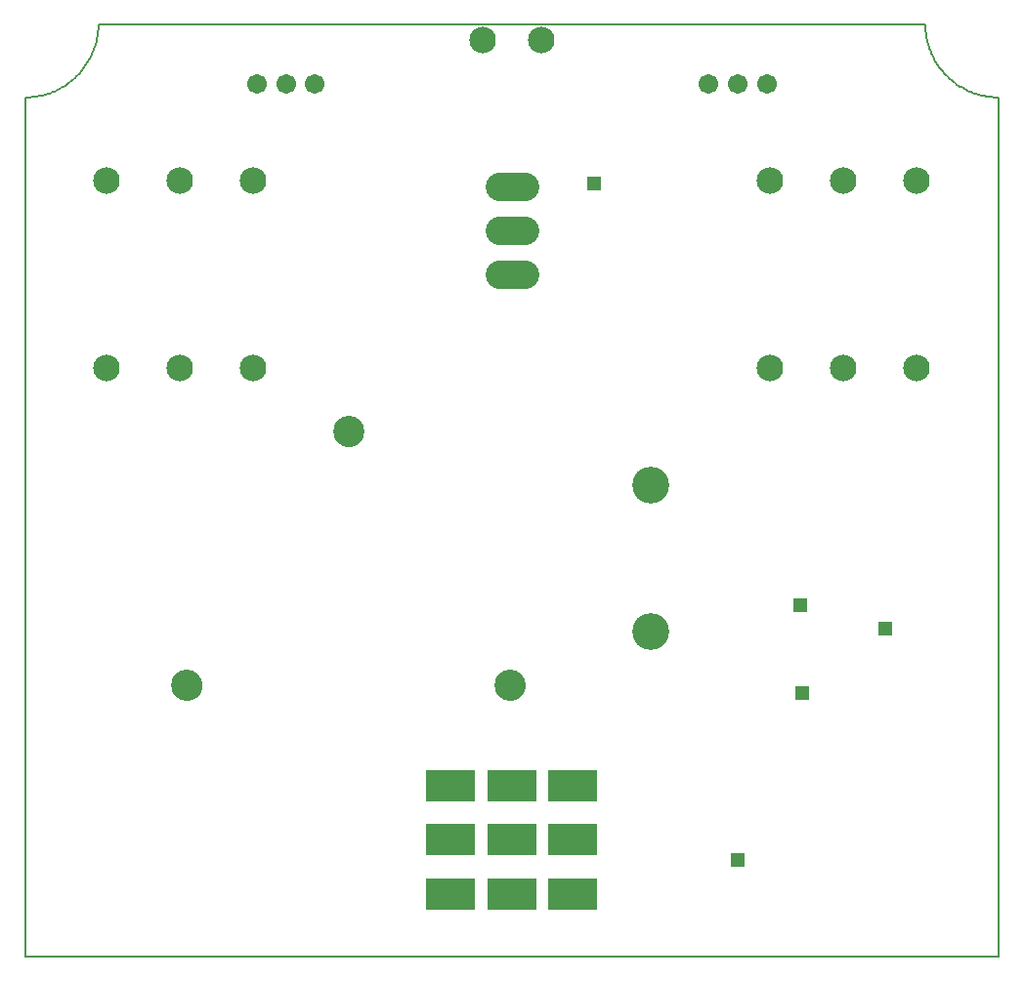
<source format=gbs>
G75*
%MOIN*%
%OFA0B0*%
%FSLAX25Y25*%
%IPPOS*%
%LPD*%
%AMOC8*
5,1,8,0,0,1.08239X$1,22.5*
%
%ADD10C,0.00500*%
%ADD11C,0.09068*%
%ADD12C,0.00000*%
%ADD13C,0.10643*%
%ADD14C,0.12611*%
%ADD15C,0.06737*%
%ADD16C,0.09658*%
%ADD17R,0.16500X0.10600*%
%ADD18R,0.04762X0.04762*%
D10*
X0001250Y0001250D02*
X0001250Y0294750D01*
X0001854Y0294757D01*
X0002458Y0294779D01*
X0003061Y0294816D01*
X0003663Y0294867D01*
X0004263Y0294932D01*
X0004862Y0295012D01*
X0005459Y0295107D01*
X0006053Y0295216D01*
X0006645Y0295339D01*
X0007233Y0295476D01*
X0007818Y0295628D01*
X0008399Y0295794D01*
X0008975Y0295974D01*
X0009548Y0296167D01*
X0010115Y0296375D01*
X0010677Y0296596D01*
X0011234Y0296830D01*
X0011785Y0297078D01*
X0012330Y0297339D01*
X0012868Y0297614D01*
X0013400Y0297901D01*
X0013924Y0298201D01*
X0014441Y0298513D01*
X0014950Y0298838D01*
X0015452Y0299175D01*
X0015945Y0299525D01*
X0016429Y0299886D01*
X0016905Y0300258D01*
X0017371Y0300642D01*
X0017828Y0301037D01*
X0018275Y0301443D01*
X0018713Y0301860D01*
X0019140Y0302287D01*
X0019557Y0302725D01*
X0019963Y0303172D01*
X0020358Y0303629D01*
X0020742Y0304095D01*
X0021114Y0304571D01*
X0021475Y0305055D01*
X0021825Y0305548D01*
X0022162Y0306050D01*
X0022487Y0306559D01*
X0022799Y0307076D01*
X0023099Y0307600D01*
X0023386Y0308132D01*
X0023661Y0308670D01*
X0023922Y0309215D01*
X0024170Y0309766D01*
X0024404Y0310323D01*
X0024625Y0310885D01*
X0024833Y0311452D01*
X0025026Y0312025D01*
X0025206Y0312601D01*
X0025372Y0313182D01*
X0025524Y0313767D01*
X0025661Y0314355D01*
X0025784Y0314947D01*
X0025893Y0315541D01*
X0025988Y0316138D01*
X0026068Y0316737D01*
X0026133Y0317337D01*
X0026184Y0317939D01*
X0026221Y0318542D01*
X0026243Y0319146D01*
X0026250Y0319750D01*
X0308350Y0319750D01*
X0308357Y0319146D01*
X0308379Y0318542D01*
X0308416Y0317939D01*
X0308467Y0317337D01*
X0308532Y0316737D01*
X0308612Y0316138D01*
X0308707Y0315541D01*
X0308816Y0314947D01*
X0308939Y0314355D01*
X0309076Y0313767D01*
X0309228Y0313182D01*
X0309394Y0312601D01*
X0309574Y0312025D01*
X0309767Y0311452D01*
X0309975Y0310885D01*
X0310196Y0310323D01*
X0310430Y0309766D01*
X0310678Y0309215D01*
X0310939Y0308670D01*
X0311214Y0308132D01*
X0311501Y0307600D01*
X0311801Y0307076D01*
X0312113Y0306559D01*
X0312438Y0306050D01*
X0312775Y0305548D01*
X0313125Y0305055D01*
X0313486Y0304571D01*
X0313858Y0304095D01*
X0314242Y0303629D01*
X0314637Y0303172D01*
X0315043Y0302725D01*
X0315460Y0302287D01*
X0315887Y0301860D01*
X0316325Y0301443D01*
X0316772Y0301037D01*
X0317229Y0300642D01*
X0317695Y0300258D01*
X0318171Y0299886D01*
X0318655Y0299525D01*
X0319148Y0299175D01*
X0319650Y0298838D01*
X0320159Y0298513D01*
X0320676Y0298201D01*
X0321200Y0297901D01*
X0321732Y0297614D01*
X0322270Y0297339D01*
X0322815Y0297078D01*
X0323366Y0296830D01*
X0323923Y0296596D01*
X0324485Y0296375D01*
X0325052Y0296167D01*
X0325625Y0295974D01*
X0326201Y0295794D01*
X0326782Y0295628D01*
X0327367Y0295476D01*
X0327955Y0295339D01*
X0328547Y0295216D01*
X0329141Y0295107D01*
X0329738Y0295012D01*
X0330337Y0294932D01*
X0330937Y0294867D01*
X0331539Y0294816D01*
X0332142Y0294779D01*
X0332746Y0294757D01*
X0333350Y0294750D01*
X0333350Y0001250D01*
X0001250Y0001250D01*
D11*
X0028898Y0202301D03*
X0053898Y0202301D03*
X0078898Y0202301D03*
X0078898Y0266199D03*
X0053898Y0266199D03*
X0028898Y0266199D03*
X0157300Y0314250D03*
X0177300Y0314250D03*
X0255502Y0266199D03*
X0280502Y0266199D03*
X0305502Y0266199D03*
X0305502Y0202301D03*
X0280502Y0202301D03*
X0255502Y0202301D03*
D12*
X0161809Y0093998D02*
X0161811Y0094138D01*
X0161817Y0094278D01*
X0161827Y0094417D01*
X0161841Y0094556D01*
X0161859Y0094695D01*
X0161880Y0094833D01*
X0161906Y0094971D01*
X0161936Y0095108D01*
X0161969Y0095243D01*
X0162007Y0095378D01*
X0162048Y0095512D01*
X0162093Y0095645D01*
X0162141Y0095776D01*
X0162194Y0095905D01*
X0162250Y0096034D01*
X0162309Y0096160D01*
X0162373Y0096285D01*
X0162439Y0096408D01*
X0162510Y0096529D01*
X0162583Y0096648D01*
X0162660Y0096765D01*
X0162741Y0096879D01*
X0162824Y0096991D01*
X0162911Y0097101D01*
X0163001Y0097209D01*
X0163093Y0097313D01*
X0163189Y0097415D01*
X0163288Y0097515D01*
X0163389Y0097611D01*
X0163493Y0097705D01*
X0163600Y0097795D01*
X0163709Y0097882D01*
X0163821Y0097967D01*
X0163935Y0098048D01*
X0164051Y0098126D01*
X0164169Y0098200D01*
X0164290Y0098271D01*
X0164412Y0098339D01*
X0164537Y0098403D01*
X0164663Y0098464D01*
X0164790Y0098521D01*
X0164920Y0098574D01*
X0165051Y0098624D01*
X0165183Y0098669D01*
X0165316Y0098712D01*
X0165451Y0098750D01*
X0165586Y0098784D01*
X0165723Y0098815D01*
X0165860Y0098842D01*
X0165998Y0098864D01*
X0166137Y0098883D01*
X0166276Y0098898D01*
X0166415Y0098909D01*
X0166555Y0098916D01*
X0166695Y0098919D01*
X0166835Y0098918D01*
X0166975Y0098913D01*
X0167114Y0098904D01*
X0167254Y0098891D01*
X0167393Y0098874D01*
X0167531Y0098853D01*
X0167669Y0098829D01*
X0167806Y0098800D01*
X0167942Y0098768D01*
X0168077Y0098731D01*
X0168211Y0098691D01*
X0168344Y0098647D01*
X0168475Y0098599D01*
X0168605Y0098548D01*
X0168734Y0098493D01*
X0168861Y0098434D01*
X0168986Y0098371D01*
X0169109Y0098306D01*
X0169231Y0098236D01*
X0169350Y0098163D01*
X0169468Y0098087D01*
X0169583Y0098008D01*
X0169696Y0097925D01*
X0169806Y0097839D01*
X0169914Y0097750D01*
X0170019Y0097658D01*
X0170122Y0097563D01*
X0170222Y0097465D01*
X0170319Y0097365D01*
X0170413Y0097261D01*
X0170505Y0097155D01*
X0170593Y0097047D01*
X0170678Y0096936D01*
X0170760Y0096822D01*
X0170839Y0096706D01*
X0170914Y0096589D01*
X0170986Y0096469D01*
X0171054Y0096347D01*
X0171119Y0096223D01*
X0171181Y0096097D01*
X0171239Y0095970D01*
X0171293Y0095841D01*
X0171344Y0095710D01*
X0171390Y0095578D01*
X0171433Y0095445D01*
X0171473Y0095311D01*
X0171508Y0095176D01*
X0171540Y0095039D01*
X0171567Y0094902D01*
X0171591Y0094764D01*
X0171611Y0094626D01*
X0171627Y0094487D01*
X0171639Y0094347D01*
X0171647Y0094208D01*
X0171651Y0094068D01*
X0171651Y0093928D01*
X0171647Y0093788D01*
X0171639Y0093649D01*
X0171627Y0093509D01*
X0171611Y0093370D01*
X0171591Y0093232D01*
X0171567Y0093094D01*
X0171540Y0092957D01*
X0171508Y0092820D01*
X0171473Y0092685D01*
X0171433Y0092551D01*
X0171390Y0092418D01*
X0171344Y0092286D01*
X0171293Y0092155D01*
X0171239Y0092026D01*
X0171181Y0091899D01*
X0171119Y0091773D01*
X0171054Y0091649D01*
X0170986Y0091527D01*
X0170914Y0091407D01*
X0170839Y0091290D01*
X0170760Y0091174D01*
X0170678Y0091060D01*
X0170593Y0090949D01*
X0170505Y0090841D01*
X0170413Y0090735D01*
X0170319Y0090631D01*
X0170222Y0090531D01*
X0170122Y0090433D01*
X0170019Y0090338D01*
X0169914Y0090246D01*
X0169806Y0090157D01*
X0169696Y0090071D01*
X0169583Y0089988D01*
X0169468Y0089909D01*
X0169350Y0089833D01*
X0169231Y0089760D01*
X0169109Y0089690D01*
X0168986Y0089625D01*
X0168861Y0089562D01*
X0168734Y0089503D01*
X0168605Y0089448D01*
X0168475Y0089397D01*
X0168344Y0089349D01*
X0168211Y0089305D01*
X0168077Y0089265D01*
X0167942Y0089228D01*
X0167806Y0089196D01*
X0167669Y0089167D01*
X0167531Y0089143D01*
X0167393Y0089122D01*
X0167254Y0089105D01*
X0167114Y0089092D01*
X0166975Y0089083D01*
X0166835Y0089078D01*
X0166695Y0089077D01*
X0166555Y0089080D01*
X0166415Y0089087D01*
X0166276Y0089098D01*
X0166137Y0089113D01*
X0165998Y0089132D01*
X0165860Y0089154D01*
X0165723Y0089181D01*
X0165586Y0089212D01*
X0165451Y0089246D01*
X0165316Y0089284D01*
X0165183Y0089327D01*
X0165051Y0089372D01*
X0164920Y0089422D01*
X0164790Y0089475D01*
X0164663Y0089532D01*
X0164537Y0089593D01*
X0164412Y0089657D01*
X0164290Y0089725D01*
X0164169Y0089796D01*
X0164051Y0089870D01*
X0163935Y0089948D01*
X0163821Y0090029D01*
X0163709Y0090114D01*
X0163600Y0090201D01*
X0163493Y0090291D01*
X0163389Y0090385D01*
X0163288Y0090481D01*
X0163189Y0090581D01*
X0163093Y0090683D01*
X0163001Y0090787D01*
X0162911Y0090895D01*
X0162824Y0091005D01*
X0162741Y0091117D01*
X0162660Y0091231D01*
X0162583Y0091348D01*
X0162510Y0091467D01*
X0162439Y0091588D01*
X0162373Y0091711D01*
X0162309Y0091836D01*
X0162250Y0091962D01*
X0162194Y0092091D01*
X0162141Y0092220D01*
X0162093Y0092351D01*
X0162048Y0092484D01*
X0162007Y0092618D01*
X0161969Y0092753D01*
X0161936Y0092888D01*
X0161906Y0093025D01*
X0161880Y0093163D01*
X0161859Y0093301D01*
X0161841Y0093440D01*
X0161827Y0093579D01*
X0161817Y0093718D01*
X0161811Y0093858D01*
X0161809Y0093998D01*
X0106691Y0180612D02*
X0106693Y0180752D01*
X0106699Y0180892D01*
X0106709Y0181031D01*
X0106723Y0181170D01*
X0106741Y0181309D01*
X0106762Y0181447D01*
X0106788Y0181585D01*
X0106818Y0181722D01*
X0106851Y0181857D01*
X0106889Y0181992D01*
X0106930Y0182126D01*
X0106975Y0182259D01*
X0107023Y0182390D01*
X0107076Y0182519D01*
X0107132Y0182648D01*
X0107191Y0182774D01*
X0107255Y0182899D01*
X0107321Y0183022D01*
X0107392Y0183143D01*
X0107465Y0183262D01*
X0107542Y0183379D01*
X0107623Y0183493D01*
X0107706Y0183605D01*
X0107793Y0183715D01*
X0107883Y0183823D01*
X0107975Y0183927D01*
X0108071Y0184029D01*
X0108170Y0184129D01*
X0108271Y0184225D01*
X0108375Y0184319D01*
X0108482Y0184409D01*
X0108591Y0184496D01*
X0108703Y0184581D01*
X0108817Y0184662D01*
X0108933Y0184740D01*
X0109051Y0184814D01*
X0109172Y0184885D01*
X0109294Y0184953D01*
X0109419Y0185017D01*
X0109545Y0185078D01*
X0109672Y0185135D01*
X0109802Y0185188D01*
X0109933Y0185238D01*
X0110065Y0185283D01*
X0110198Y0185326D01*
X0110333Y0185364D01*
X0110468Y0185398D01*
X0110605Y0185429D01*
X0110742Y0185456D01*
X0110880Y0185478D01*
X0111019Y0185497D01*
X0111158Y0185512D01*
X0111297Y0185523D01*
X0111437Y0185530D01*
X0111577Y0185533D01*
X0111717Y0185532D01*
X0111857Y0185527D01*
X0111996Y0185518D01*
X0112136Y0185505D01*
X0112275Y0185488D01*
X0112413Y0185467D01*
X0112551Y0185443D01*
X0112688Y0185414D01*
X0112824Y0185382D01*
X0112959Y0185345D01*
X0113093Y0185305D01*
X0113226Y0185261D01*
X0113357Y0185213D01*
X0113487Y0185162D01*
X0113616Y0185107D01*
X0113743Y0185048D01*
X0113868Y0184985D01*
X0113991Y0184920D01*
X0114113Y0184850D01*
X0114232Y0184777D01*
X0114350Y0184701D01*
X0114465Y0184622D01*
X0114578Y0184539D01*
X0114688Y0184453D01*
X0114796Y0184364D01*
X0114901Y0184272D01*
X0115004Y0184177D01*
X0115104Y0184079D01*
X0115201Y0183979D01*
X0115295Y0183875D01*
X0115387Y0183769D01*
X0115475Y0183661D01*
X0115560Y0183550D01*
X0115642Y0183436D01*
X0115721Y0183320D01*
X0115796Y0183203D01*
X0115868Y0183083D01*
X0115936Y0182961D01*
X0116001Y0182837D01*
X0116063Y0182711D01*
X0116121Y0182584D01*
X0116175Y0182455D01*
X0116226Y0182324D01*
X0116272Y0182192D01*
X0116315Y0182059D01*
X0116355Y0181925D01*
X0116390Y0181790D01*
X0116422Y0181653D01*
X0116449Y0181516D01*
X0116473Y0181378D01*
X0116493Y0181240D01*
X0116509Y0181101D01*
X0116521Y0180961D01*
X0116529Y0180822D01*
X0116533Y0180682D01*
X0116533Y0180542D01*
X0116529Y0180402D01*
X0116521Y0180263D01*
X0116509Y0180123D01*
X0116493Y0179984D01*
X0116473Y0179846D01*
X0116449Y0179708D01*
X0116422Y0179571D01*
X0116390Y0179434D01*
X0116355Y0179299D01*
X0116315Y0179165D01*
X0116272Y0179032D01*
X0116226Y0178900D01*
X0116175Y0178769D01*
X0116121Y0178640D01*
X0116063Y0178513D01*
X0116001Y0178387D01*
X0115936Y0178263D01*
X0115868Y0178141D01*
X0115796Y0178021D01*
X0115721Y0177904D01*
X0115642Y0177788D01*
X0115560Y0177674D01*
X0115475Y0177563D01*
X0115387Y0177455D01*
X0115295Y0177349D01*
X0115201Y0177245D01*
X0115104Y0177145D01*
X0115004Y0177047D01*
X0114901Y0176952D01*
X0114796Y0176860D01*
X0114688Y0176771D01*
X0114578Y0176685D01*
X0114465Y0176602D01*
X0114350Y0176523D01*
X0114232Y0176447D01*
X0114113Y0176374D01*
X0113991Y0176304D01*
X0113868Y0176239D01*
X0113743Y0176176D01*
X0113616Y0176117D01*
X0113487Y0176062D01*
X0113357Y0176011D01*
X0113226Y0175963D01*
X0113093Y0175919D01*
X0112959Y0175879D01*
X0112824Y0175842D01*
X0112688Y0175810D01*
X0112551Y0175781D01*
X0112413Y0175757D01*
X0112275Y0175736D01*
X0112136Y0175719D01*
X0111996Y0175706D01*
X0111857Y0175697D01*
X0111717Y0175692D01*
X0111577Y0175691D01*
X0111437Y0175694D01*
X0111297Y0175701D01*
X0111158Y0175712D01*
X0111019Y0175727D01*
X0110880Y0175746D01*
X0110742Y0175768D01*
X0110605Y0175795D01*
X0110468Y0175826D01*
X0110333Y0175860D01*
X0110198Y0175898D01*
X0110065Y0175941D01*
X0109933Y0175986D01*
X0109802Y0176036D01*
X0109672Y0176089D01*
X0109545Y0176146D01*
X0109419Y0176207D01*
X0109294Y0176271D01*
X0109172Y0176339D01*
X0109051Y0176410D01*
X0108933Y0176484D01*
X0108817Y0176562D01*
X0108703Y0176643D01*
X0108591Y0176728D01*
X0108482Y0176815D01*
X0108375Y0176905D01*
X0108271Y0176999D01*
X0108170Y0177095D01*
X0108071Y0177195D01*
X0107975Y0177297D01*
X0107883Y0177401D01*
X0107793Y0177509D01*
X0107706Y0177619D01*
X0107623Y0177731D01*
X0107542Y0177845D01*
X0107465Y0177962D01*
X0107392Y0178081D01*
X0107321Y0178202D01*
X0107255Y0178325D01*
X0107191Y0178450D01*
X0107132Y0178576D01*
X0107076Y0178705D01*
X0107023Y0178834D01*
X0106975Y0178965D01*
X0106930Y0179098D01*
X0106889Y0179232D01*
X0106851Y0179367D01*
X0106818Y0179502D01*
X0106788Y0179639D01*
X0106762Y0179777D01*
X0106741Y0179915D01*
X0106723Y0180054D01*
X0106709Y0180193D01*
X0106699Y0180332D01*
X0106693Y0180472D01*
X0106691Y0180612D01*
X0051573Y0093998D02*
X0051575Y0094138D01*
X0051581Y0094278D01*
X0051591Y0094417D01*
X0051605Y0094556D01*
X0051623Y0094695D01*
X0051644Y0094833D01*
X0051670Y0094971D01*
X0051700Y0095108D01*
X0051733Y0095243D01*
X0051771Y0095378D01*
X0051812Y0095512D01*
X0051857Y0095645D01*
X0051905Y0095776D01*
X0051958Y0095905D01*
X0052014Y0096034D01*
X0052073Y0096160D01*
X0052137Y0096285D01*
X0052203Y0096408D01*
X0052274Y0096529D01*
X0052347Y0096648D01*
X0052424Y0096765D01*
X0052505Y0096879D01*
X0052588Y0096991D01*
X0052675Y0097101D01*
X0052765Y0097209D01*
X0052857Y0097313D01*
X0052953Y0097415D01*
X0053052Y0097515D01*
X0053153Y0097611D01*
X0053257Y0097705D01*
X0053364Y0097795D01*
X0053473Y0097882D01*
X0053585Y0097967D01*
X0053699Y0098048D01*
X0053815Y0098126D01*
X0053933Y0098200D01*
X0054054Y0098271D01*
X0054176Y0098339D01*
X0054301Y0098403D01*
X0054427Y0098464D01*
X0054554Y0098521D01*
X0054684Y0098574D01*
X0054815Y0098624D01*
X0054947Y0098669D01*
X0055080Y0098712D01*
X0055215Y0098750D01*
X0055350Y0098784D01*
X0055487Y0098815D01*
X0055624Y0098842D01*
X0055762Y0098864D01*
X0055901Y0098883D01*
X0056040Y0098898D01*
X0056179Y0098909D01*
X0056319Y0098916D01*
X0056459Y0098919D01*
X0056599Y0098918D01*
X0056739Y0098913D01*
X0056878Y0098904D01*
X0057018Y0098891D01*
X0057157Y0098874D01*
X0057295Y0098853D01*
X0057433Y0098829D01*
X0057570Y0098800D01*
X0057706Y0098768D01*
X0057841Y0098731D01*
X0057975Y0098691D01*
X0058108Y0098647D01*
X0058239Y0098599D01*
X0058369Y0098548D01*
X0058498Y0098493D01*
X0058625Y0098434D01*
X0058750Y0098371D01*
X0058873Y0098306D01*
X0058995Y0098236D01*
X0059114Y0098163D01*
X0059232Y0098087D01*
X0059347Y0098008D01*
X0059460Y0097925D01*
X0059570Y0097839D01*
X0059678Y0097750D01*
X0059783Y0097658D01*
X0059886Y0097563D01*
X0059986Y0097465D01*
X0060083Y0097365D01*
X0060177Y0097261D01*
X0060269Y0097155D01*
X0060357Y0097047D01*
X0060442Y0096936D01*
X0060524Y0096822D01*
X0060603Y0096706D01*
X0060678Y0096589D01*
X0060750Y0096469D01*
X0060818Y0096347D01*
X0060883Y0096223D01*
X0060945Y0096097D01*
X0061003Y0095970D01*
X0061057Y0095841D01*
X0061108Y0095710D01*
X0061154Y0095578D01*
X0061197Y0095445D01*
X0061237Y0095311D01*
X0061272Y0095176D01*
X0061304Y0095039D01*
X0061331Y0094902D01*
X0061355Y0094764D01*
X0061375Y0094626D01*
X0061391Y0094487D01*
X0061403Y0094347D01*
X0061411Y0094208D01*
X0061415Y0094068D01*
X0061415Y0093928D01*
X0061411Y0093788D01*
X0061403Y0093649D01*
X0061391Y0093509D01*
X0061375Y0093370D01*
X0061355Y0093232D01*
X0061331Y0093094D01*
X0061304Y0092957D01*
X0061272Y0092820D01*
X0061237Y0092685D01*
X0061197Y0092551D01*
X0061154Y0092418D01*
X0061108Y0092286D01*
X0061057Y0092155D01*
X0061003Y0092026D01*
X0060945Y0091899D01*
X0060883Y0091773D01*
X0060818Y0091649D01*
X0060750Y0091527D01*
X0060678Y0091407D01*
X0060603Y0091290D01*
X0060524Y0091174D01*
X0060442Y0091060D01*
X0060357Y0090949D01*
X0060269Y0090841D01*
X0060177Y0090735D01*
X0060083Y0090631D01*
X0059986Y0090531D01*
X0059886Y0090433D01*
X0059783Y0090338D01*
X0059678Y0090246D01*
X0059570Y0090157D01*
X0059460Y0090071D01*
X0059347Y0089988D01*
X0059232Y0089909D01*
X0059114Y0089833D01*
X0058995Y0089760D01*
X0058873Y0089690D01*
X0058750Y0089625D01*
X0058625Y0089562D01*
X0058498Y0089503D01*
X0058369Y0089448D01*
X0058239Y0089397D01*
X0058108Y0089349D01*
X0057975Y0089305D01*
X0057841Y0089265D01*
X0057706Y0089228D01*
X0057570Y0089196D01*
X0057433Y0089167D01*
X0057295Y0089143D01*
X0057157Y0089122D01*
X0057018Y0089105D01*
X0056878Y0089092D01*
X0056739Y0089083D01*
X0056599Y0089078D01*
X0056459Y0089077D01*
X0056319Y0089080D01*
X0056179Y0089087D01*
X0056040Y0089098D01*
X0055901Y0089113D01*
X0055762Y0089132D01*
X0055624Y0089154D01*
X0055487Y0089181D01*
X0055350Y0089212D01*
X0055215Y0089246D01*
X0055080Y0089284D01*
X0054947Y0089327D01*
X0054815Y0089372D01*
X0054684Y0089422D01*
X0054554Y0089475D01*
X0054427Y0089532D01*
X0054301Y0089593D01*
X0054176Y0089657D01*
X0054054Y0089725D01*
X0053933Y0089796D01*
X0053815Y0089870D01*
X0053699Y0089948D01*
X0053585Y0090029D01*
X0053473Y0090114D01*
X0053364Y0090201D01*
X0053257Y0090291D01*
X0053153Y0090385D01*
X0053052Y0090481D01*
X0052953Y0090581D01*
X0052857Y0090683D01*
X0052765Y0090787D01*
X0052675Y0090895D01*
X0052588Y0091005D01*
X0052505Y0091117D01*
X0052424Y0091231D01*
X0052347Y0091348D01*
X0052274Y0091467D01*
X0052203Y0091588D01*
X0052137Y0091711D01*
X0052073Y0091836D01*
X0052014Y0091962D01*
X0051958Y0092091D01*
X0051905Y0092220D01*
X0051857Y0092351D01*
X0051812Y0092484D01*
X0051771Y0092618D01*
X0051733Y0092753D01*
X0051700Y0092888D01*
X0051670Y0093025D01*
X0051644Y0093163D01*
X0051623Y0093301D01*
X0051605Y0093440D01*
X0051591Y0093579D01*
X0051581Y0093718D01*
X0051575Y0093858D01*
X0051573Y0093998D01*
D13*
X0056494Y0093998D03*
X0111612Y0180612D03*
X0166730Y0093998D03*
D14*
X0214762Y0112305D03*
X0214762Y0162305D03*
D15*
X0234507Y0299250D03*
X0244350Y0299250D03*
X0254193Y0299250D03*
X0100093Y0299250D03*
X0090250Y0299250D03*
X0080407Y0299250D03*
D16*
X0162871Y0264250D02*
X0171729Y0264250D01*
X0171729Y0249250D02*
X0162871Y0249250D01*
X0162871Y0234250D02*
X0171729Y0234250D01*
D17*
X0167250Y0059750D03*
X0167250Y0041250D03*
X0167250Y0022750D03*
X0146350Y0022750D03*
X0146350Y0041250D03*
X0146350Y0059750D03*
X0188150Y0059750D03*
X0188150Y0041250D03*
X0188150Y0022750D03*
D18*
X0244250Y0034250D03*
X0266250Y0091250D03*
X0265750Y0121250D03*
X0294750Y0113250D03*
X0195250Y0265250D03*
M02*

</source>
